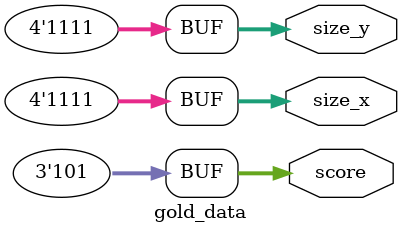
<source format=v>
module view(
		clk, 
		resetn, 
		
		x_init,
		y_init,
		
		
		load_color, 
		resetn_c, 
		enable_c, 
		load_x,
		load_y,
		enable_x_adder, 
		enable_y_adder,
		draw_black,
		
		X_out, 
		Y_out, 
		Color_out,
		cout,
		black_cout
		);
	input clk;
	input resetn;
	
	input [8:0]x_init;
	input [7:0]y_init;
	
	
	input load_color, resetn_c, enable_c, load_x, load_y, enable_x_adder, enable_y_adder, draw_black;
	
	output reg [8:0]X_out;
	output reg [8:0]Y_out;
	output reg [23:0]Color_out;
	output reg [8:0]cout;
	output reg [15:0]black_cout;
	
	reg [8:0]x;
	reg [8:0]y;
	
	wire [23:0]colour;
	wire [23:0]gold_color;
	wire [23:0]stone_color;
	wire [23:0]background_color;
	wire [23:0]number_color;
	reg [8:0]x_size;
	reg [7:0]y_size;
	reg [8:0]x_cout;
	reg [7:0]y_cout;
	
	
	wire [7:0] gold_mem_address = ({y_cout[3:0], 4'd0} + {x_cout[3:0]}+1'b1);
	
	
	gold g0(
	.address(gold_mem_address),
	.clock(clk),
	.q(colour));
	
	
	
	
	//x register
	always@(posedge clk)begin
		if(resetn == 0) x <= 9'b0;
		else
			if(load_x) begin
			x[8:0] <= x_init;
			end
	end
	
	//y register
	always@(posedge clk)begin
		if(resetn == 0) y <= 9'b0;
		else
			if(load_y) begin
			y[8] =1'b0;
			y[7:0] <= y_init;
			
			end
	end
	

	//x adder
	always@(posedge clk)begin
		if(resetn == 0) X_out <= 9'b0;
		else
			if(enable_x_adder) begin
				if(!draw_black) X_out <= x + cout[3:0];
				else X_out <= black_cout[7:0];
				end
	end
	
	//y adder
	always@(posedge clk)begin
		if(resetn == 0) Y_out <= 9'b0;
		else
			if(enable_y_adder)begin
				if(!draw_black) Y_out <= y + cout[7:4];
				else Y_out <= black_cout[14:8];
				end
	end
	
	//color register
	always@(posedge clk)begin
		if(resetn == 0 | draw_black) Color_out <= 24'b0;
		else
		  Color_out <= colour;
	end
	
	//9-bit counter
	always@(posedge clk)begin
		if((resetn == 0) | (resetn_c == 0)) cout <= 9'b0;
		else
			if(enable_c)
			cout <= cout + 1'b1;
	end
	
	//x counter
	always@(posedge clk)begin
		if(!resetn | (resetn_c == 0)) x_cout <= 9'b0;
		else if(enable_c)
			x_cout <= x_cout + 1'b1;
	end
	
	//y counter
	always@(posedge clk)begin
		if(!resetn | (resetn_c == 0)) y_cout <= 8'b0;
		else if(enable_c)
			y_cout <= y_cout + 1'b1;
	end
	

	
endmodule


//gold data
module gold_data(
	
	size_x,
	size_y,
	score
	
	);	
	output [3:0]size_x;
	output [3:0]size_y;
	output [2:0]score;
		
	assign size_x = 4'd15;
	assign size_y = 4'd15;
	assign score = 4'd5;
	

endmodule




</source>
